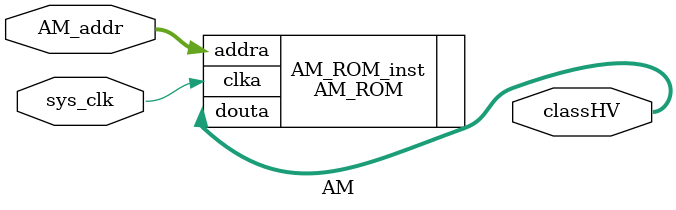
<source format=sv>
`timescale 100ps/100ps
module AM 
#(
    parameter Dpl = 16'd8
)
(
    input wire       sys_clk,
    input wire [1:0] AM_addr, 

    output wire [Dpl-1:0] classHV
);

AM_ROM AM_ROM_inst
(
    .clka(sys_clk),
    .addra(AM_addr),
    .douta(classHV)
);
    
endmodule
</source>
